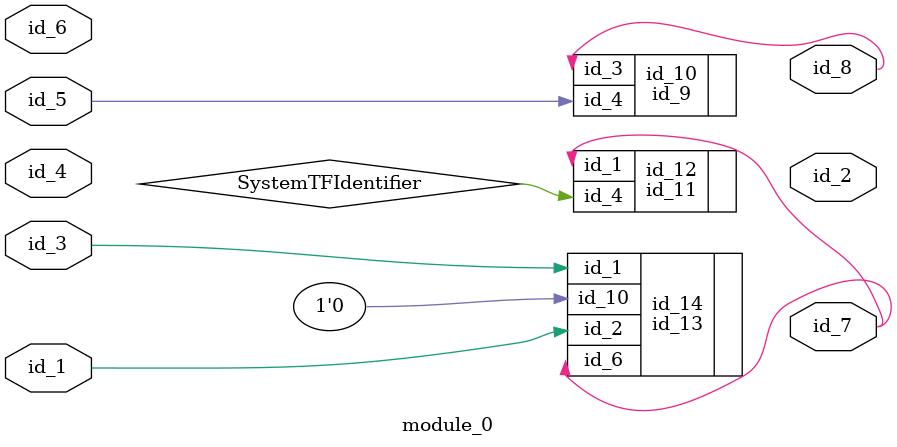
<source format=v>
module module_0 (
    id_1,
    id_2,
    id_3,
    id_4,
    id_5,
    id_6,
    id_7,
    id_8
);
  output id_8;
  output id_7;
  input id_6;
  input id_5;
  input id_4;
  input id_3;
  output id_2;
  input id_1;
  id_9 id_10 (
      .id_3(id_8),
      .id_4(id_5)
  );
  id_11 id_12 (
      .id_1(id_7),
      .id_4(SystemTFIdentifier)
  );
  id_13 id_14 (
      .id_2 (id_1),
      .id_10(1'b0),
      .id_1 (id_3),
      .id_6 (id_7)
  );
endmodule

</source>
